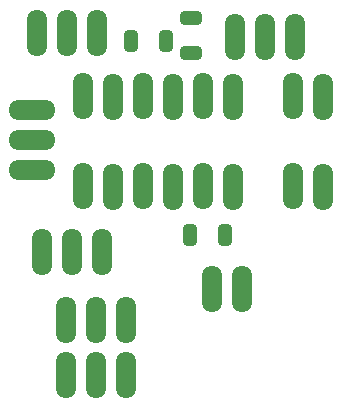
<source format=gbr>
%TF.GenerationSoftware,KiCad,Pcbnew,(6.0.7)*%
%TF.CreationDate,2023-04-28T16:32:50-04:00*%
%TF.ProjectId,Power Daughter Board v1,506f7765-7220-4446-9175-676874657220,rev?*%
%TF.SameCoordinates,Original*%
%TF.FileFunction,Soldermask,Top*%
%TF.FilePolarity,Negative*%
%FSLAX46Y46*%
G04 Gerber Fmt 4.6, Leading zero omitted, Abs format (unit mm)*
G04 Created by KiCad (PCBNEW (6.0.7)) date 2023-04-28 16:32:50*
%MOMM*%
%LPD*%
G01*
G04 APERTURE LIST*
G04 Aperture macros list*
%AMRoundRect*
0 Rectangle with rounded corners*
0 $1 Rounding radius*
0 $2 $3 $4 $5 $6 $7 $8 $9 X,Y pos of 4 corners*
0 Add a 4 corners polygon primitive as box body*
4,1,4,$2,$3,$4,$5,$6,$7,$8,$9,$2,$3,0*
0 Add four circle primitives for the rounded corners*
1,1,$1+$1,$2,$3*
1,1,$1+$1,$4,$5*
1,1,$1+$1,$6,$7*
1,1,$1+$1,$8,$9*
0 Add four rect primitives between the rounded corners*
20,1,$1+$1,$2,$3,$4,$5,0*
20,1,$1+$1,$4,$5,$6,$7,0*
20,1,$1+$1,$6,$7,$8,$9,0*
20,1,$1+$1,$8,$9,$2,$3,0*%
G04 Aperture macros list end*
%ADD10O,1.700000X4.000000*%
%ADD11RoundRect,0.250000X-0.325000X-0.650000X0.325000X-0.650000X0.325000X0.650000X-0.325000X0.650000X0*%
%ADD12RoundRect,0.250000X0.650000X-0.325000X0.650000X0.325000X-0.650000X0.325000X-0.650000X-0.325000X0*%
%ADD13O,4.000000X1.700000*%
G04 APERTURE END LIST*
D10*
%TO.C,J4*%
X65930000Y-73920000D03*
X63390000Y-73920000D03*
X60850000Y-73920000D03*
%TD*%
%TO.C,K2*%
X82042000Y-60769500D03*
X74422000Y-60769500D03*
X69342000Y-60769500D03*
X64262000Y-60769500D03*
X64262000Y-68389500D03*
X69342000Y-68389500D03*
X74422000Y-68389500D03*
X82042000Y-68389500D03*
%TD*%
D11*
%TO.C,C1*%
X73335000Y-72540000D03*
X76285000Y-72540000D03*
%TD*%
D12*
%TO.C,C3*%
X73470000Y-57055000D03*
X73470000Y-54105000D03*
%TD*%
D10*
%TO.C,J7*%
X77750000Y-77100000D03*
X75210000Y-77100000D03*
%TD*%
%TO.C,J6*%
X77160000Y-55740000D03*
X79700000Y-55740000D03*
X82240000Y-55740000D03*
%TD*%
%TO.C,J2*%
X67935000Y-84330000D03*
X65395000Y-84330000D03*
X62855000Y-84330000D03*
%TD*%
%TO.C,J1*%
X67945000Y-79692500D03*
X65405000Y-79692500D03*
X62865000Y-79692500D03*
%TD*%
%TO.C,J5*%
X60445000Y-55410000D03*
X62985000Y-55410000D03*
X65525000Y-55410000D03*
%TD*%
%TO.C,K1*%
X84613000Y-60817000D03*
X76993000Y-60817000D03*
X71913000Y-60817000D03*
X66833000Y-60817000D03*
X66833000Y-68437000D03*
X71913000Y-68437000D03*
X76993000Y-68437000D03*
X84613000Y-68437000D03*
%TD*%
D13*
%TO.C,J3*%
X59960000Y-61895000D03*
X59960000Y-64435000D03*
X59960000Y-66975000D03*
%TD*%
D11*
%TO.C,C2*%
X68355000Y-56040000D03*
X71305000Y-56040000D03*
%TD*%
M02*

</source>
